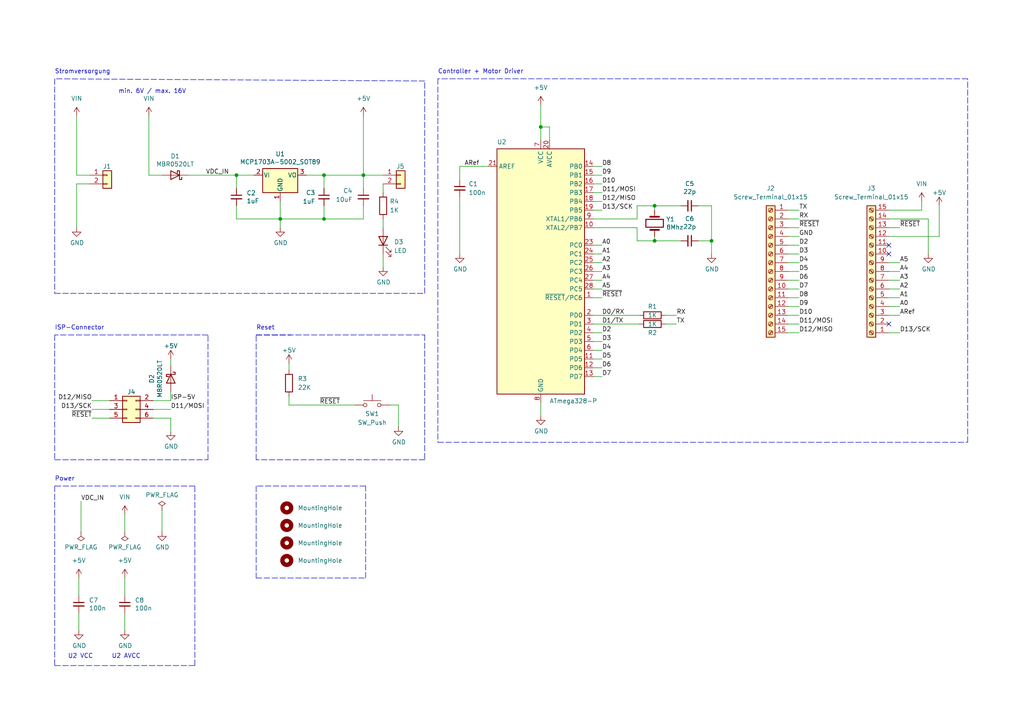
<source format=kicad_sch>
(kicad_sch (version 20211123) (generator eeschema)
  (paper "A4")
  (title_block (title "ATMega Platine") (rev "1") (comment 1 "Kai Ruland"))
  (lib_symbols
    (symbol "Connector:Screw_Terminal_01x15" (pin_names (offset 1.016) hide)
      (property "Reference" "J" (at 0 20.32 0))
      (property "Value" "Screw_Terminal_01x15" (at 0 -20.32 0))
      (symbol "Screw_Terminal_01x15_1_1"
        (rectangle (start -1.27 19.05) (end 1.27 -19.05) (stroke (width 0.254)) (fill (type background)))
        (circle (center 0 -17.78) (radius 0.635) (stroke (width 0.1524)))
        (circle (center 0 -15.24) (radius 0.635) (stroke (width 0.1524)))
        (circle (center 0 -12.7) (radius 0.635) (stroke (width 0.1524)))
        (circle (center 0 -10.16) (radius 0.635) (stroke (width 0.1524)))
        (circle (center 0 -7.62) (radius 0.635) (stroke (width 0.1524)))
        (circle (center 0 -5.08) (radius 0.635) (stroke (width 0.1524)))
        (circle (center 0 -2.54) (radius 0.635) (stroke (width 0.1524)))
        (polyline (pts (xy -0.5334 -17.4498) (xy 0.3302 -18.288)) (stroke (width 0.1524)))
        (polyline (pts (xy -0.5334 -14.9098) (xy 0.3302 -15.748)) (stroke (width 0.1524)))
        (polyline (pts (xy -0.5334 -12.3698) (xy 0.3302 -13.208)) (stroke (width 0.1524)))
        (polyline (pts (xy -0.5334 -9.8298) (xy 0.3302 -10.668)) (stroke (width 0.1524)))
        (polyline (pts (xy -0.5334 -7.2898) (xy 0.3302 -8.128)) (stroke (width 0.1524)))
        (polyline (pts (xy -0.5334 -4.7498) (xy 0.3302 -5.588)) (stroke (width 0.1524)))
        (polyline (pts (xy -0.5334 -2.2098) (xy 0.3302 -3.048)) (stroke (width 0.1524)))
        (polyline (pts (xy -0.5334 0.3302) (xy 0.3302 -0.508)) (stroke (width 0.1524)))
        (polyline (pts (xy -0.5334 2.8702) (xy 0.3302 2.032)) (stroke (width 0.1524)))
        (polyline (pts (xy -0.5334 5.4102) (xy 0.3302 4.572)) (stroke (width 0.1524)))
        (polyline (pts (xy -0.5334 7.9502) (xy 0.3302 7.112)) (stroke (width 0.1524)))
        (polyline (pts (xy -0.5334 10.4902) (xy 0.3302 9.652)) (stroke (width 0.1524)))
        (polyline (pts (xy -0.5334 13.0302) (xy 0.3302 12.192)) (stroke (width 0.1524)))
        (polyline (pts (xy -0.5334 15.5702) (xy 0.3302 14.732)) (stroke (width 0.1524)))
        (polyline (pts (xy -0.5334 18.1102) (xy 0.3302 17.272)) (stroke (width 0.1524)))
        (polyline (pts (xy -0.3556 -17.272) (xy 0.508 -18.1102)) (stroke (width 0.1524)))
        (polyline (pts (xy -0.3556 -14.732) (xy 0.508 -15.5702)) (stroke (width 0.1524)))
        (polyline (pts (xy -0.3556 -12.192) (xy 0.508 -13.0302)) (stroke (width 0.1524)))
        (polyline (pts (xy -0.3556 -9.652) (xy 0.508 -10.4902)) (stroke (width 0.1524)))
        (polyline (pts (xy -0.3556 -7.112) (xy 0.508 -7.9502)) (stroke (width 0.1524)))
        (polyline (pts (xy -0.3556 -4.572) (xy 0.508 -5.4102)) (stroke (width 0.1524)))
        (polyline (pts (xy -0.3556 -2.032) (xy 0.508 -2.8702)) (stroke (width 0.1524)))
        (polyline (pts (xy -0.3556 0.508) (xy 0.508 -0.3302)) (stroke (width 0.1524)))
        (polyline (pts (xy -0.3556 3.048) (xy 0.508 2.2098)) (stroke (width 0.1524)))
        (polyline (pts (xy -0.3556 5.588) (xy 0.508 4.7498)) (stroke (width 0.1524)))
        (polyline (pts (xy -0.3556 8.128) (xy 0.508 7.2898)) (stroke (width 0.1524)))
        (polyline (pts (xy -0.3556 10.668) (xy 0.508 9.8298)) (stroke (width 0.1524)))
        (polyline (pts (xy -0.3556 13.208) (xy 0.508 12.3698)) (stroke (width 0.1524)))
        (polyline (pts (xy -0.3556 15.748) (xy 0.508 14.9098)) (stroke (width 0.1524)))
        (polyline (pts (xy -0.3556 18.288) (xy 0.508 17.4498)) (stroke (width 0.1524)))
        (circle (center 0 0) (radius 0.635) (stroke (width 0.1524)))
        (circle (center 0 2.54) (radius 0.635) (stroke (width 0.1524)))
        (circle (center 0 5.08) (radius 0.635) (stroke (width 0.1524)))
        (circle (center 0 7.62) (radius 0.635) (stroke (width 0.1524)))
        (circle (center 0 10.16) (radius 0.635) (stroke (width 0.1524)))
        (circle (center 0 12.7) (radius 0.635) (stroke (width 0.1524)))
        (circle (center 0 15.24) (radius 0.635) (stroke (width 0.1524)))
        (circle (center 0 17.78) (radius 0.635) (stroke (width 0.1524)))
        (pin passive line (at -5.08 17.78 0) (length 3.81) (name "Pin_1") (number "1"))
        (pin passive line (at -5.08 -5.08 0) (length 3.81) (name "Pin_10") (number "10"))
        (pin passive line (at -5.08 -7.62 0) (length 3.81) (name "Pin_11") (number "11"))
        (pin passive line (at -5.08 -10.16 0) (length 3.81) (name "Pin_12") (number "12"))
        (pin passive line (at -5.08 -12.7 0) (length 3.81) (name "Pin_13") (number "13"))
        (pin passive line (at -5.08 -15.24 0) (length 3.81) (name "Pin_14") (number "14"))
        (pin passive line (at -5.08 -17.78 0) (length 3.81) (name "Pin_15") (number "15"))
        (pin passive line (at -5.08 15.24 0) (length 3.81) (name "Pin_2") (number "2"))
        (pin passive line (at -5.08 12.7 0) (length 3.81) (name "Pin_3") (number "3"))
        (pin passive line (at -5.08 10.16 0) (length 3.81) (name "Pin_4") (number "4"))
        (pin passive line (at -5.08 7.62 0) (length 3.81) (name "Pin_5") (number "5"))
        (pin passive line (at -5.08 5.08 0) (length 3.81) (name "Pin_6") (number "6"))
        (pin passive line (at -5.08 2.54 0) (length 3.81) (name "Pin_7") (number "7"))
        (pin passive line (at -5.08 0 0) (length 3.81) (name "Pin_8") (number "8"))
        (pin passive line (at -5.08 -2.54 0) (length 3.81) (name "Pin_9") (number "9"))
      )
    )
    (symbol "Connector_Generic:Conn_01x02" (pin_names (offset 1.016) hide)
      (property "Reference" "J" (at 0 2.54 0))
      (property "Value" "Conn_01x02" (at 0 -5.08 0))
      (symbol "Conn_01x02_1_1"
        (rectangle (start -1.27 -2.413) (end 0 -2.667) (stroke (width 0.1524)))
        (rectangle (start -1.27 0.127) (end 0 -0.127) (stroke (width 0.1524)))
        (rectangle (start -1.27 1.27) (end 1.27 -3.81) (stroke (width 0.254)) (fill (type background)))
        (pin passive line (at -5.08 0 0) (length 3.81) (name "Pin_1") (number "1"))
        (pin passive line (at -5.08 -2.54 0) (length 3.81) (name "Pin_2") (number "2"))
      )
    )
    (symbol "Connector_Generic:Conn_02x03_Odd_Even" (pin_names (offset 1.016) hide)
      (property "Reference" "J" (at 1.27 5.08 0))
      (property "Value" "Conn_02x03_Odd_Even" (at 1.27 -5.08 0))
      (symbol "Conn_02x03_Odd_Even_1_1"
        (rectangle (start -1.27 -2.413) (end 0 -2.667) (stroke (width 0.1524)))
        (rectangle (start -1.27 0.127) (end 0 -0.127) (stroke (width 0.1524)))
        (rectangle (start -1.27 2.667) (end 0 2.413) (stroke (width 0.1524)))
        (rectangle (start -1.27 3.81) (end 3.81 -3.81) (stroke (width 0.254)) (fill (type background)))
        (rectangle (start 3.81 -2.413) (end 2.54 -2.667) (stroke (width 0.1524)))
        (rectangle (start 3.81 0.127) (end 2.54 -0.127) (stroke (width 0.1524)))
        (rectangle (start 3.81 2.667) (end 2.54 2.413) (stroke (width 0.1524)))
        (pin passive line (at -5.08 2.54 0) (length 3.81) (name "Pin_1") (number "1"))
        (pin passive line (at 7.62 2.54 180) (length 3.81) (name "Pin_2") (number "2"))
        (pin passive line (at -5.08 0 0) (length 3.81) (name "Pin_3") (number "3"))
        (pin passive line (at 7.62 0 180) (length 3.81) (name "Pin_4") (number "4"))
        (pin passive line (at -5.08 -2.54 0) (length 3.81) (name "Pin_5") (number "5"))
        (pin passive line (at 7.62 -2.54 180) (length 3.81) (name "Pin_6") (number "6"))
      )
    )
    (symbol "Device:C_Small" (pin_numbers hide) (pin_names (offset 0.254) hide)
      (property "Reference" "C" (at 0.254 1.778 0))
      (property "Value" "C_Small" (at 0.254 -2.032 0))
      (symbol "C_Small_0_1"
        (polyline (pts (xy -1.524 -0.508) (xy 1.524 -0.508)) (stroke (width 0.3302)))
        (polyline (pts (xy -1.524 0.508) (xy 1.524 0.508)) (stroke (width 0.3048)))
      )
      (symbol "C_Small_1_1"
        (pin passive line (at 0 2.54 270) (length 2.032) (name "~") (number "1"))
        (pin passive line (at 0 -2.54 90) (length 2.032) (name "~") (number "2"))
      )
    )
    (symbol "Device:Crystal" (pin_numbers hide) (pin_names (offset 1.016) hide)
      (property "Reference" "Y" (at 0 3.81 0))
      (property "Value" "Crystal" (at 0 -3.81 0))
      (symbol "Crystal_0_1"
        (rectangle (start -1.143 2.54) (end 1.143 -2.54) (stroke (width 0.3048)))
        (polyline (pts (xy -2.54 0) (xy -1.905 0)))
        (polyline (pts (xy -1.905 -1.27) (xy -1.905 1.27)) (stroke (width 0.508)))
        (polyline (pts (xy 1.905 -1.27) (xy 1.905 1.27)) (stroke (width 0.508)))
        (polyline (pts (xy 2.54 0) (xy 1.905 0)))
      )
      (symbol "Crystal_1_1"
        (pin passive line (at -3.81 0 0) (length 1.27) (name "1") (number "1"))
        (pin passive line (at 3.81 0 180) (length 1.27) (name "2") (number "2"))
      )
    )
    (symbol "Device:LED" (pin_numbers hide) (pin_names (offset 1.016) hide)
      (property "Reference" "D" (at 0 2.54 0))
      (property "Value" "LED" (at 0 -2.54 0))
      (symbol "LED_0_1"
        (polyline (pts (xy -1.27 -1.27) (xy -1.27 1.27)) (stroke (width 0.254)))
        (polyline (pts (xy -1.27 0) (xy 1.27 0)))
        (polyline (pts (xy 1.27 -1.27) (xy 1.27 1.27) (xy -1.27 0) (xy 1.27 -1.27)) (stroke (width 0.254)))
        (polyline (pts (xy -3.048 -0.762) (xy -4.572 -2.286) (xy -3.81 -2.286) (xy -4.572 -2.286) (xy -4.572 -1.524)))
        (polyline (pts (xy -1.778 -0.762) (xy -3.302 -2.286) (xy -2.54 -2.286) (xy -3.302 -2.286) (xy -3.302 -1.524)))
      )
      (symbol "LED_1_1"
        (pin passive line (at -3.81 0 0) (length 2.54) (name "K") (number "1"))
        (pin passive line (at 3.81 0 180) (length 2.54) (name "A") (number "2"))
      )
    )
    (symbol "Device:R" (pin_numbers hide) (pin_names (offset 0))
      (property "Reference" "R" (at 2.032 0 90))
      (property "Value" "R" (at 0 0 90))
      (symbol "R_0_1"
        (rectangle (start -1.016 -2.54) (end 1.016 2.54) (stroke (width 0.254)))
      )
      (symbol "R_1_1"
        (pin passive line (at 0 3.81 270) (length 1.27) (name "~") (number "1"))
        (pin passive line (at 0 -3.81 90) (length 1.27) (name "~") (number "2"))
      )
    )
    (symbol "Diode:MBR0520LT" (pin_numbers hide) (pin_names (offset 1.016) hide)
      (property "Reference" "D" (at 0 2.54 0))
      (property "Value" "MBR0520LT" (at 0 -2.54 0))
      (symbol "MBR0520LT_0_1"
        (polyline (pts (xy 1.27 0) (xy -1.27 0)))
        (polyline (pts (xy 1.27 1.27) (xy 1.27 -1.27) (xy -1.27 0) (xy 1.27 1.27)) (stroke (width 0.254)))
        (polyline (pts (xy -1.905 0.635) (xy -1.905 1.27) (xy -1.27 1.27) (xy -1.27 -1.27) (xy -0.635 -1.27) (xy -0.635 -0.635)) (stroke (width 0.254)))
      )
      (symbol "MBR0520LT_1_1"
        (pin passive line (at -3.81 0 0) (length 2.54) (name "K") (number "1"))
        (pin passive line (at 3.81 0 180) (length 2.54) (name "A") (number "2"))
      )
    )
    (symbol "MCU_Microchip_ATmega:ATmega328-P"
      (property "Reference" "U" (at -12.7 36.83 0))
      (property "Value" "ATmega328-P" (at 2.54 -36.83 0))
      (symbol "ATmega328-P_0_1"
        (rectangle (start -12.7 -35.56) (end 12.7 35.56) (stroke (width 0.254)) (fill (type background)))
      )
      (symbol "ATmega328-P_1_1"
        (pin bidirectional line (at 15.24 -7.62 180) (length 2.54) (name "~{RESET}/PC6") (number "1"))
        (pin bidirectional line (at 15.24 12.7 180) (length 2.54) (name "XTAL2/PB7") (number "10"))
        (pin bidirectional line (at 15.24 -25.4 180) (length 2.54) (name "PD5") (number "11"))
        (pin bidirectional line (at 15.24 -27.94 180) (length 2.54) (name "PD6") (number "12"))
        (pin bidirectional line (at 15.24 -30.48 180) (length 2.54) (name "PD7") (number "13"))
        (pin bidirectional line (at 15.24 30.48 180) (length 2.54) (name "PB0") (number "14"))
        (pin bidirectional line (at 15.24 27.94 180) (length 2.54) (name "PB1") (number "15"))
        (pin bidirectional line (at 15.24 25.4 180) (length 2.54) (name "PB2") (number "16"))
        (pin bidirectional line (at 15.24 22.86 180) (length 2.54) (name "PB3") (number "17"))
        (pin bidirectional line (at 15.24 20.32 180) (length 2.54) (name "PB4") (number "18"))
        (pin bidirectional line (at 15.24 17.78 180) (length 2.54) (name "PB5") (number "19"))
        (pin bidirectional line (at 15.24 -12.7 180) (length 2.54) (name "PD0") (number "2"))
        (pin power_in line (at 2.54 38.1 270) (length 2.54) (name "AVCC") (number "20"))
        (pin passive line (at -15.24 30.48 0) (length 2.54) (name "AREF") (number "21"))
        (pin passive line (at 0 -38.1 90) (length 2.54) hide (name "GND") (number "22"))
        (pin bidirectional line (at 15.24 7.62 180) (length 2.54) (name "PC0") (number "23"))
        (pin bidirectional line (at 15.24 5.08 180) (length 2.54) (name "PC1") (number "24"))
        (pin bidirectional line (at 15.24 2.54 180) (length 2.54) (name "PC2") (number "25"))
        (pin bidirectional line (at 15.24 0 180) (length 2.54) (name "PC3") (number "26"))
        (pin bidirectional line (at 15.24 -2.54 180) (length 2.54) (name "PC4") (number "27"))
        (pin bidirectional line (at 15.24 -5.08 180) (length 2.54) (name "PC5") (number "28"))
        (pin bidirectional line (at 15.24 -15.24 180) (length 2.54) (name "PD1") (number "3"))
        (pin bidirectional line (at 15.24 -17.78 180) (length 2.54) (name "PD2") (number "4"))
        (pin bidirectional line (at 15.24 -20.32 180) (length 2.54) (name "PD3") (number "5"))
        (pin bidirectional line (at 15.24 -22.86 180) (length 2.54) (name "PD4") (number "6"))
        (pin power_in line (at 0 38.1 270) (length 2.54) (name "VCC") (number "7"))
        (pin power_in line (at 0 -38.1 90) (length 2.54) (name "GND") (number "8"))
        (pin bidirectional line (at 15.24 15.24 180) (length 2.54) (name "XTAL1/PB6") (number "9"))
      )
    )
    (symbol "Mechanical:MountingHole" (pin_names (offset 1.016))
      (property "Reference" "H" (at 0 5.08 0))
      (property "Value" "MountingHole" (at 0 3.175 0))
      (symbol "MountingHole_0_1"
        (circle (center 0 0) (radius 1.27) (stroke (width 1.27)))
      )
    )
    (symbol "MyPower:VIN" (power) (pin_names (offset 0))
      (property "Value" "VIN" (at 0 3.81 0))
      (symbol "VIN_0_1"
        (polyline (pts (xy -0.762 1.27) (xy 0 2.54)))
        (polyline (pts (xy 0 0) (xy 0 2.54)))
        (polyline (pts (xy 0 2.54) (xy 0.762 1.27)))
      )
      (symbol "VIN_1_1"
        (pin power_in line (at 0 0 90) (length 0) hide (name "VIN") (number "1"))
      )
    )
    (symbol "Regulator_Linear:MCP1703A-5002_SOT89" (pin_names (offset 0.254))
      (property "Reference" "U" (at -3.81 3.175 0))
      (property "Value" "MCP1703A-5002_SOT89" (at 0 3.175 0))
      (symbol "MCP1703A-5002_SOT89_0_1"
        (rectangle (start -5.08 -5.08) (end 5.08 1.905) (stroke (width 0.254)) (fill (type background)))
      )
      (symbol "MCP1703A-5002_SOT89_1_1"
        (pin power_in line (at 0 -7.62 90) (length 2.54) (name "GND") (number "1"))
        (pin power_in line (at -7.62 0 0) (length 2.54) (name "VI") (number "2"))
        (pin power_out line (at 7.62 0 180) (length 2.54) (name "VO") (number "3"))
      )
    )
    (symbol "Switch:SW_Push" (pin_numbers hide) (pin_names (offset 1.016) hide)
      (property "Reference" "SW" (at 1.27 2.54 0))
      (property "Value" "SW_Push" (at 0 -1.524 0))
      (symbol "SW_Push_0_1"
        (circle (center -2.032 0) (radius 0.508))
        (polyline (pts (xy 0 1.27) (xy 0 3.048)))
        (polyline (pts (xy 2.54 1.27) (xy -2.54 1.27)))
        (circle (center 2.032 0) (radius 0.508))
        (pin passive line (at -5.08 0 0) (length 2.54) (name "1") (number "1"))
        (pin passive line (at 5.08 0 180) (length 2.54) (name "2") (number "2"))
      )
    )
    (symbol "power:+5V" (power) (pin_names (offset 0))
      (property "Value" "+5V" (at 0 3.556 0))
      (symbol "+5V_0_1"
        (polyline (pts (xy -0.762 1.27) (xy 0 2.54)))
        (polyline (pts (xy 0 0) (xy 0 2.54)))
        (polyline (pts (xy 0 2.54) (xy 0.762 1.27)))
      )
      (symbol "+5V_1_1"
        (pin power_in line (at 0 0 90) (length 0) hide (name "+5V") (number "1"))
      )
    )
    (symbol "power:GND" (power) (pin_names (offset 0))
      (property "Value" "GND" (at 0 -3.81 0))
      (symbol "GND_0_1"
        (polyline (pts (xy 0 0) (xy 0 -1.27) (xy 1.27 -1.27) (xy 0 -2.54) (xy -1.27 -1.27) (xy 0 -1.27)))
      )
      (symbol "GND_1_1"
        (pin power_in line (at 0 0 270) (length 0) hide (name "GND") (number "1"))
      )
    )
    (symbol "power:PWR_FLAG" (power) (pin_numbers hide) (pin_names (offset 0) hide)
      (property "Value" "PWR_FLAG" (at 0 3.81 0))
      (symbol "PWR_FLAG_0_0"
        (pin power_out line (at 0 0 90) (length 0) (name "pwr") (number "1"))
      )
      (symbol "PWR_FLAG_0_1"
        (polyline (pts (xy 0 0) (xy 0 1.27) (xy -1.016 1.905) (xy 0 2.54) (xy 1.016 1.905) (xy 0 1.27)))
      )
    )
  )
  (junction (at 156.845 36.83))
  (junction (at 81.28 63.5))
  (junction (at 68.58 50.8))
  (junction (at 93.98 50.8))
  (junction (at 189.865 69.85))
  (junction (at 206.375 69.85))
  (junction (at 189.865 59.69))
  (junction (at 105.41 50.8))
  (junction (at 93.98 63.5))
  (no_connect (at 257.81 93.98))
  (no_connect (at 257.81 71.12))
  (no_connect (at 257.81 73.66))
  (wire (pts (xy 81.28 58.42) (xy 81.28 63.5)))
  (wire (pts (xy 184.785 63.5) (xy 172.085 63.5)))
  (wire (pts (xy 228.6 73.66) (xy 231.775 73.66)))
  (wire (pts (xy 172.085 96.52) (xy 174.625 96.52)))
  (wire (pts (xy 174.625 58.42) (xy 172.085 58.42)))
  (wire (pts (xy 43.18 50.8) (xy 46.99 50.8)))
  (wire (pts (xy 49.53 116.205) (xy 44.45 116.205)))
  (wire (pts (xy 257.81 96.52) (xy 260.985 96.52)))
  (wire (pts (xy 23.495 145.415) (xy 23.495 154.305)))
  (wire (pts (xy 83.82 105.41) (xy 83.82 107.315)))
  (wire (pts (xy 184.785 66.04) (xy 172.085 66.04)))
  (wire (pts (xy 26.035 50.8) (xy 22.225 50.8)))
  (wire (pts (xy 257.81 88.9) (xy 260.985 88.9)))
  (wire (pts (xy 68.58 50.8) (xy 68.58 54.61)))
  (wire (pts (xy 228.6 78.74) (xy 231.775 78.74)))
  (wire (pts (xy 197.485 69.85) (xy 189.865 69.85)))
  (wire (pts (xy 49.53 118.745) (xy 44.45 118.745)))
  (polyline (pts (xy 127 128.27) (xy 280.67 128.27)))
  (wire (pts (xy 133.35 57.15) (xy 133.35 73.66)))
  (wire (pts (xy 83.82 117.475) (xy 102.87 117.475)))
  (wire (pts (xy 257.81 63.5) (xy 269.24 63.5)))
  (wire (pts (xy 111.125 53.34) (xy 111.125 55.88)))
  (polyline (pts (xy 74.295 97.155) (xy 84.455 97.155)))
  (wire (pts (xy 133.35 52.07) (xy 133.35 48.26)))
  (wire (pts (xy 156.845 120.65) (xy 156.845 116.84)))
  (polyline (pts (xy 15.875 85.09) (xy 123.19 85.09)))
  (wire (pts (xy 228.6 66.04) (xy 231.775 66.04)))
  (wire (pts (xy 172.085 86.36) (xy 174.625 86.36)))
  (wire (pts (xy 197.485 59.69) (xy 189.865 59.69)))
  (wire (pts (xy 36.195 167.64) (xy 36.195 172.72)))
  (polyline (pts (xy 106.045 167.64) (xy 106.045 140.97)))
  (wire (pts (xy 267.335 60.96) (xy 257.81 60.96)))
  (wire (pts (xy 172.085 99.06) (xy 174.625 99.06)))
  (wire (pts (xy 184.785 59.69) (xy 189.865 59.69)))
  (wire (pts (xy 36.195 177.8) (xy 36.195 182.88)))
  (wire (pts (xy 228.6 96.52) (xy 231.775 96.52)))
  (wire (pts (xy 228.6 68.58) (xy 231.775 68.58)))
  (wire (pts (xy 172.085 109.22) (xy 174.625 109.22)))
  (wire (pts (xy 46.99 154.305) (xy 46.99 147.955)))
  (wire (pts (xy 93.98 59.69) (xy 93.98 63.5)))
  (wire (pts (xy 105.41 59.69) (xy 105.41 63.5)))
  (wire (pts (xy 22.225 53.34) (xy 26.035 53.34)))
  (wire (pts (xy 228.6 83.82) (xy 231.775 83.82)))
  (wire (pts (xy 174.625 55.88) (xy 172.085 55.88)))
  (wire (pts (xy 228.6 60.96) (xy 231.775 60.96)))
  (wire (pts (xy 172.085 48.26) (xy 174.625 48.26)))
  (wire (pts (xy 228.6 71.12) (xy 231.775 71.12)))
  (wire (pts (xy 105.41 33.655) (xy 105.41 50.8)))
  (polyline (pts (xy 56.515 193.04) (xy 56.515 140.97)))
  (wire (pts (xy 184.785 59.69) (xy 184.785 63.5)))
  (polyline (pts (xy 127 22.86) (xy 127 128.27)))
  (wire (pts (xy 22.225 33.655) (xy 22.225 50.8)))
  (wire (pts (xy 269.24 63.5) (xy 269.24 73.66)))
  (wire (pts (xy 257.81 86.36) (xy 260.985 86.36)))
  (wire (pts (xy 156.845 30.48) (xy 156.845 36.83)))
  (wire (pts (xy 93.98 50.8) (xy 105.41 50.8)))
  (wire (pts (xy 22.86 167.64) (xy 22.86 172.72)))
  (polyline (pts (xy 15.875 133.35) (xy 60.325 133.35)))
  (wire (pts (xy 228.6 63.5) (xy 231.775 63.5)))
  (wire (pts (xy 49.53 121.285) (xy 44.45 121.285)))
  (polyline (pts (xy 60.325 133.35) (xy 60.325 97.155)))
  (wire (pts (xy 81.28 63.5) (xy 81.28 66.04)))
  (wire (pts (xy 172.085 78.74) (xy 174.625 78.74)))
  (wire (pts (xy 228.6 86.36) (xy 231.775 86.36)))
  (wire (pts (xy 193.04 93.98) (xy 196.215 93.98)))
  (wire (pts (xy 272.415 59.69) (xy 272.415 68.58)))
  (wire (pts (xy 228.6 76.2) (xy 231.775 76.2)))
  (wire (pts (xy 257.81 76.2) (xy 260.985 76.2)))
  (wire (pts (xy 257.81 78.74) (xy 260.985 78.74)))
  (wire (pts (xy 172.085 91.44) (xy 185.42 91.44)))
  (polyline (pts (xy 15.875 193.04) (xy 56.515 193.04)))
  (wire (pts (xy 257.81 91.44) (xy 260.985 91.44)))
  (wire (pts (xy 68.58 50.8) (xy 73.66 50.8)))
  (polyline (pts (xy 74.295 140.97) (xy 74.295 167.64)))
  (wire (pts (xy 83.82 114.935) (xy 83.82 117.475)))
  (wire (pts (xy 88.9 50.8) (xy 93.98 50.8)))
  (polyline (pts (xy 123.19 97.155) (xy 123.19 133.35)))
  (polyline (pts (xy 280.67 22.86) (xy 127 22.86)))
  (wire (pts (xy 93.98 50.8) (xy 93.98 54.61)))
  (polyline (pts (xy 123.19 85.09) (xy 123.19 23.495)))
  (wire (pts (xy 174.625 60.96) (xy 172.085 60.96)))
  (wire (pts (xy 172.085 50.8) (xy 174.625 50.8)))
  (wire (pts (xy 228.6 91.44) (xy 231.775 91.44)))
  (wire (pts (xy 189.865 59.69) (xy 189.865 60.96)))
  (wire (pts (xy 159.385 40.64) (xy 159.385 36.83)))
  (wire (pts (xy 49.53 104.14) (xy 49.53 106.045)))
  (wire (pts (xy 172.085 104.14) (xy 174.625 104.14)))
  (wire (pts (xy 206.375 73.66) (xy 206.375 69.85)))
  (wire (pts (xy 184.785 66.04) (xy 184.785 69.85)))
  (wire (pts (xy 172.085 101.6) (xy 174.625 101.6)))
  (wire (pts (xy 206.375 59.69) (xy 202.565 59.69)))
  (wire (pts (xy 105.41 54.61) (xy 105.41 50.8)))
  (wire (pts (xy 115.57 117.475) (xy 113.03 117.475)))
  (wire (pts (xy 115.57 123.825) (xy 115.57 117.475)))
  (wire (pts (xy 36.195 149.225) (xy 36.195 154.305)))
  (wire (pts (xy 26.67 116.205) (xy 31.75 116.205)))
  (wire (pts (xy 228.6 88.9) (xy 231.775 88.9)))
  (wire (pts (xy 172.085 83.82) (xy 174.625 83.82)))
  (wire (pts (xy 49.53 113.665) (xy 49.53 116.205)))
  (polyline (pts (xy 123.19 133.35) (xy 74.295 133.35)))
  (wire (pts (xy 54.61 50.8) (xy 68.58 50.8)))
  (wire (pts (xy 133.35 48.26) (xy 141.605 48.26)))
  (wire (pts (xy 49.53 121.285) (xy 49.53 125.095)))
  (polyline (pts (xy 280.67 128.27) (xy 280.67 22.86)))
  (wire (pts (xy 159.385 36.83) (xy 156.845 36.83)))
  (wire (pts (xy 172.085 73.66) (xy 174.625 73.66)))
  (wire (pts (xy 68.58 63.5) (xy 81.28 63.5)))
  (wire (pts (xy 172.085 71.12) (xy 174.625 71.12)))
  (wire (pts (xy 206.375 69.85) (xy 206.375 59.69)))
  (wire (pts (xy 81.28 63.5) (xy 93.98 63.5)))
  (wire (pts (xy 172.085 76.2) (xy 174.625 76.2)))
  (wire (pts (xy 93.98 63.5) (xy 105.41 63.5)))
  (wire (pts (xy 257.81 66.04) (xy 260.985 66.04)))
  (polyline (pts (xy 60.325 97.155) (xy 15.875 97.155)))
  (wire (pts (xy 22.86 177.8) (xy 22.86 182.88)))
  (wire (pts (xy 156.845 36.83) (xy 156.845 40.64)))
  (polyline (pts (xy 15.875 140.97) (xy 15.875 193.04)))
  (wire (pts (xy 228.6 93.98) (xy 231.775 93.98)))
  (wire (pts (xy 272.415 68.58) (xy 257.81 68.58)))
  (wire (pts (xy 184.785 69.85) (xy 189.865 69.85)))
  (wire (pts (xy 172.085 106.68) (xy 174.625 106.68)))
  (polyline (pts (xy 106.045 140.97) (xy 74.295 140.97)))
  (wire (pts (xy 228.6 81.28) (xy 231.775 81.28)))
  (wire (pts (xy 172.085 81.28) (xy 174.625 81.28)))
  (wire (pts (xy 193.04 91.44) (xy 196.215 91.44)))
  (wire (pts (xy 111.125 73.66) (xy 111.125 77.47)))
  (polyline (pts (xy 74.295 133.35) (xy 74.295 97.155)))
  (wire (pts (xy 111.125 63.5) (xy 111.125 66.04)))
  (wire (pts (xy 267.335 58.42) (xy 267.335 60.96)))
  (wire (pts (xy 202.565 69.85) (xy 206.375 69.85)))
  (polyline (pts (xy 74.295 97.155) (xy 123.19 97.155)))
  (wire (pts (xy 26.67 118.745) (xy 31.75 118.745)))
  (wire (pts (xy 26.67 121.285) (xy 31.75 121.285)))
  (wire (pts (xy 22.225 66.04) (xy 22.225 53.34)))
  (wire (pts (xy 68.58 59.69) (xy 68.58 63.5)))
  (wire (pts (xy 257.81 81.28) (xy 260.985 81.28)))
  (polyline (pts (xy 74.295 167.64) (xy 106.045 167.64)))
  (polyline (pts (xy 15.875 97.155) (xy 15.875 133.35)))
  (wire (pts (xy 172.085 93.98) (xy 185.42 93.98)))
  (polyline (pts (xy 123.19 23.495) (xy 15.875 22.86)))
  (wire (pts (xy 172.085 53.34) (xy 174.625 53.34)))
  (polyline (pts (xy 56.515 140.97) (xy 15.875 140.97)))
  (wire (pts (xy 257.81 83.82) (xy 260.985 83.82)))
  (wire (pts (xy 105.41 50.8) (xy 111.125 50.8)))
  (polyline (pts (xy 15.875 22.86) (xy 15.875 85.09)))
  (wire (pts (xy 189.865 69.85) (xy 189.865 68.58)))
  (wire (pts (xy 43.18 33.655) (xy 43.18 50.8)))
  (text "Controller + Motor Driver" (at 127 21.59 0) (effects (font (size 1.27 1.27)) (justify left bottom)))
  (text "min. 6V / max. 16V" (at 34.29 27.305 0) (effects (font (size 1.27 1.27)) (justify left bottom)))
  (text "Power" (at 15.875 139.7 0) (effects (font (size 1.27 1.27)) (justify left bottom)))
  (text "Stromversorgung" (at 15.875 21.59 0) (effects (font (size 1.27 1.27)) (justify left bottom)))
  (text "U2 AVCC" (at 32.385 191.135 0) (effects (font (size 1.27 1.27)) (justify left bottom)))
  (text "ISP-Connector" (at 15.875 95.885 0) (effects (font (size 1.27 1.27)) (justify left bottom)))
  (text "U2 VCC" (at 19.685 191.135 0) (effects (font (size 1.27 1.27)) (justify left bottom)))
  (text "Reset" (at 74.295 95.885 0) (effects (font (size 1.27 1.27)) (justify left bottom)))
  (label "D4" (at 174.625 101.6 0))
  (label "~{RESET}" (at 26.67 121.285 180))
  (label "D2" (at 231.775 71.12 0))
  (label "D12{slash}MISO" (at 174.625 58.42 0))
  (label "RX" (at 231.775 63.5 0))
  (label "D13{slash}SCK" (at 260.985 96.52 0))
  (label "D12{slash}MISO" (at 231.775 96.52 0))
  (label "VDC_IN" (at 59.69 50.8 0))
  (label "D4" (at 231.775 76.2 0))
  (label "D3" (at 174.625 99.06 0))
  (label "VDC_IN" (at 23.495 145.415 0))
  (label "A4" (at 260.985 78.74 0))
  (label "A1" (at 260.985 86.36 0))
  (label "A0" (at 174.625 71.12 0))
  (label "~{RESET}" (at 260.985 66.04 0))
  (label "A4" (at 174.625 81.28 0))
  (label "D1{slash}TX" (at 174.625 93.98 0))
  (label "A5" (at 260.985 76.2 0))
  (label "A1" (at 174.625 73.66 0))
  (label "A5" (at 174.625 83.82 0))
  (label "D7" (at 231.775 83.82 0))
  (label "ARef" (at 139.065 48.26 180))
  (label "~{RESET}" (at 231.775 66.04 0))
  (label "D9" (at 174.625 50.8 0))
  (label "TX" (at 196.215 93.98 0))
  (label "A3" (at 260.985 81.28 0))
  (label "D3" (at 231.775 73.66 0))
  (label "D7" (at 174.625 109.22 0))
  (label "D9" (at 231.775 88.9 0))
  (label "GND" (at 231.775 68.58 0))
  (label "RX" (at 196.215 91.44 0))
  (label "D12{slash}MISO" (at 26.67 116.205 180))
  (label "D13{slash}SCK" (at 26.67 118.745 180))
  (label "A3" (at 174.625 78.74 0))
  (label "D5" (at 174.625 104.14 0))
  (label "D11{slash}MOSI" (at 174.625 55.88 0))
  (label "D6" (at 231.775 81.28 0))
  (label "A0" (at 260.985 88.9 0))
  (label "TX" (at 231.775 60.96 0))
  (label "D10" (at 231.775 91.44 0))
  (label "~{RESET}" (at 174.625 86.36 0))
  (label "A2" (at 174.625 76.2 0))
  (label "D8" (at 174.625 48.26 0))
  (label "D8" (at 231.775 86.36 0))
  (label "D6" (at 174.625 106.68 0))
  (label "D10" (at 174.625 53.34 0))
  (label "ARef" (at 260.985 91.44 0))
  (label "D5" (at 231.775 78.74 0))
  (label "D11{slash}MOSI" (at 49.53 118.745 0))
  (label "D0{slash}RX" (at 174.625 91.44 0))
  (label "D13{slash}SCK" (at 174.625 60.96 0))
  (label "ISP-5V" (at 49.53 116.205 0))
  (label "A2" (at 260.985 83.82 0))
  (label "D11{slash}MOSI" (at 231.775 93.98 0))
  (label "D2" (at 174.625 96.52 0))
  (label "~{RESET}" (at 92.71 117.475 0))
  (symbol (lib_id "MCU_Microchip_ATmega:ATmega328-P") (at 156.845 78.74 0) (unit 1)
    (property "Reference" "U2" (at 144.145 41.91 0) (effects (justify left bottom)))
    (property "Value" "ATmega328-P" (at 159.385 115.57 0) (effects (justify left top)))
    (property "Footprint" "Package_DIP:DIP-28_W7.62mm_Socket_LongPads" (effects hide))
    (property "Datasheet" "http://ww1.microchip.com/downloads/en/DeviceDoc/ATmega328_P%20AVR%20MCU%20with%20picoPower%20Technology%20Data%20Sheet%2040001984A.pdf" (effects hide))
    (property "Distributor" "Reichelt" (effects hide))
    (property "EAN / GTIN" "9900001218354" (effects hide))
    (property "Hersteller" "Microchip" (effects hide))
  )
  (symbol (lib_id "power:GND") (at 156.845 120.65 0) (unit 1)
    (property "Reference" "#PWR016" (effects hide))
    (property "Value" "GND" (at 156.972 125.0442 0))
  )
  (symbol (lib_id "Connector_Generic:Conn_02x03_Odd_Even") (at 36.83 118.745 0) (unit 1)
    (property "Reference" "J4" (at 38.1 113.665 0))
    (property "Value" "Conn_02x03_Odd_Even" (effects hide))
    (property "Footprint" "Connector_IDC:IDC-Header_2x03_P2.54mm_Vertical" (effects hide))
  )
  (symbol (lib_id "power:GND") (at 49.53 125.095 0) (unit 1)
    (property "Reference" "#PWR014" (effects hide))
    (property "Value" "GND" (at 49.657 129.4892 0))
  )
  (symbol (lib_id "Device:C_Small") (at 22.86 175.26 0) (unit 1)
    (property "Reference" "C7" (at 25.781 174.0916 0) (effects (justify left)))
    (property "Value" "100n" (at 25.781 176.403 0) (effects (justify left)))
    (property "Footprint" "Capacitor_SMD:C_0805_2012Metric_Pad1.18x1.45mm_HandSolder" (effects hide))
  )
  (symbol (lib_id "power:PWR_FLAG") (at 46.99 147.955 0) (unit 1)
    (property "Reference" "#FLG01" (effects hide))
    (property "Value" "PWR_FLAG" (at 46.99 143.5608 0))
  )
  (symbol (lib_id "power:GND") (at 46.99 154.305 0) (unit 1)
    (property "Reference" "#PWR018" (effects hide))
    (property "Value" "GND" (at 47.117 158.6992 0))
  )
  (symbol (lib_id "power:PWR_FLAG") (at 23.495 154.305 180) (unit 1)
    (property "Reference" "#FLG02" (effects hide))
    (property "Value" "PWR_FLAG" (at 23.495 158.6992 0))
  )
  (symbol (lib_id "power:GND") (at 22.86 182.88 0) (unit 1)
    (property "Reference" "#PWR021" (effects hide))
    (property "Value" "GND" (at 22.987 187.2742 0))
  )
  (symbol (lib_id "Regulator_Linear:MCP1703A-5002_SOT89") (at 81.28 50.8 0) (unit 1)
    (property "Reference" "U1" (at 81.28 44.6532 0))
    (property "Value" "MCP1703A-5002_SOT89" (at 81.28 46.9646 0))
    (property "Footprint" "Package_TO_SOT_SMD:SOT-89-3" (effects hide))
    (property "Datasheet" "http://ww1.microchip.com/downloads/en/DeviceDoc/20005122B.pdf" (effects hide))
    (property "Distributor" "Reichelt" (effects hide))
    (property "EAN / GTIN" "9900001372926" (effects hide))
    (property "Hersteller" "Microchip" (effects hide))
  )
  (symbol (lib_id "Device:C_Small") (at 68.58 57.15 0) (unit 1)
    (property "Reference" "C2" (at 71.501 55.9816 0) (effects (justify left)))
    (property "Value" "1uF" (at 71.501 58.293 0) (effects (justify left)))
    (property "Footprint" "Capacitor_SMD:C_1206_3216Metric_Pad1.33x1.80mm_HandSolder" (effects hide))
  )
  (symbol (lib_id "power:GND") (at 81.28 66.04 0) (unit 1)
    (property "Reference" "#PWR08" (effects hide))
    (property "Value" "GND" (at 81.407 70.4342 0))
  )
  (symbol (lib_id "Diode:MBR0520LT") (at 50.8 50.8 180) (unit 1)
    (property "Reference" "D1" (at 50.8 45.2882 0))
    (property "Value" "MBR0520LT" (at 50.8 47.5996 0))
    (property "Footprint" "Diode_SMD:D_SOD-123" (effects hide))
    (property "Datasheet" "http://www.onsemi.com/pub_link/Collateral/MBR0520LT1-D.PDF" (effects hide))
    (property "Distributor" "Reichelt" (effects hide))
    (property "EAN / GTIN" "9900002196200" (effects hide))
    (property "Hersteller" "ON Semiconductor" (effects hide))
  )
  (symbol (lib_id "power:GND") (at 22.225 66.04 0) (unit 1)
    (property "Reference" "#PWR07" (effects hide))
    (property "Value" "GND" (at 22.352 70.4342 0))
  )
  (symbol (lib_id "Device:Crystal") (at 189.865 64.77 270) (unit 1)
    (property "Reference" "Y1" (at 193.1924 63.6016 90) (effects (justify left)))
    (property "Value" "8Mhz" (at 193.1924 65.913 90) (effects (justify left)))
    (property "Footprint" "Crystal:Crystal_HC49-4H_Vertical" (effects hide))
  )
  (symbol (lib_id "Device:C_Small") (at 200.025 59.69 270) (unit 1)
    (property "Reference" "C5" (at 200.025 53.2892 90))
    (property "Value" "22p" (at 200.025 55.6006 90))
    (property "Footprint" "Capacitor_SMD:C_1206_3216Metric_Pad1.33x1.80mm_HandSolder" (effects hide))
  )
  (symbol (lib_id "Device:C_Small") (at 200.025 69.85 270) (unit 1)
    (property "Reference" "C6" (at 200.025 63.4492 90))
    (property "Value" "22p" (at 200.025 65.7606 90))
    (property "Footprint" "Capacitor_SMD:C_1206_3216Metric_Pad1.33x1.80mm_HandSolder" (effects hide))
  )
  (symbol (lib_id "power:PWR_FLAG") (at 36.195 154.305 180) (unit 1)
    (property "Reference" "#FLG03" (effects hide))
    (property "Value" "PWR_FLAG" (at 36.195 158.6992 0))
  )
  (symbol (lib_id "power:GND") (at 206.375 73.66 0) (unit 1)
    (property "Reference" "#PWR010" (effects hide))
    (property "Value" "GND" (at 206.502 78.0542 0))
  )
  (symbol (lib_id "Mechanical:MountingHole") (at 83.185 147.32 0) (unit 1)
    (property "Reference" "H1" (effects hide))
    (property "Value" "MountingHole" (at 86.36 147.3199 0) (effects (justify left)))
    (property "Footprint" "MountingHole:MountingHole_3.2mm_M3_DIN965" (effects hide))
  )
  (symbol (lib_id "Mechanical:MountingHole") (at 83.185 152.4 0) (unit 1)
    (property "Reference" "H2" (effects hide))
    (property "Value" "MountingHole" (at 86.36 152.3999 0) (effects (justify left)))
    (property "Footprint" "MountingHole:MountingHole_3.2mm_M3_DIN965" (effects hide))
  )
  (symbol (lib_id "Mechanical:MountingHole") (at 83.185 157.48 0) (unit 1)
    (property "Reference" "H3" (effects hide))
    (property "Value" "MountingHole" (at 86.36 157.4799 0) (effects (justify left)))
    (property "Footprint" "MountingHole:MountingHole_3.2mm_M3_DIN965" (effects hide))
  )
  (symbol (lib_id "Mechanical:MountingHole") (at 83.185 162.56 0) (unit 1)
    (property "Reference" "H4" (effects hide))
    (property "Value" "MountingHole" (at 86.36 162.5599 0) (effects (justify left)))
    (property "Footprint" "MountingHole:MountingHole_3.2mm_M3_DIN965" (effects hide))
  )
  (symbol (lib_id "MyPower:VIN") (at 43.18 33.655 0) (unit 1)
    (property "Reference" "#PWR03" (effects hide))
    (property "Value" "VIN" (at 43.18 28.575 0))
  )
  (symbol (lib_id "power:+5V") (at 156.845 30.48 0) (unit 1)
    (property "Reference" "#PWR01" (effects hide))
    (property "Value" "+5V" (at 156.845 25.4 0))
  )
  (symbol (lib_id "MyPower:VIN") (at 22.225 33.655 0) (unit 1)
    (property "Reference" "#PWR02" (effects hide))
    (property "Value" "VIN" (at 22.225 28.575 0))
  )
  (symbol (lib_id "Device:C_Small") (at 105.41 57.15 0) (mirror y) (unit 1)
    (property "Reference" "C4" (at 102.235 55.3338 0) (effects (justify left)))
    (property "Value" "10uF" (at 102.235 57.8738 0) (effects (justify left)))
    (property "Footprint" "Capacitor_SMD:C_1206_3216Metric_Pad1.33x1.80mm_HandSolder" (effects hide))
  )
  (symbol (lib_id "Diode:MBR0520LT") (at 49.53 109.855 270) (unit 1)
    (property "Reference" "D2" (at 44.0182 109.855 0))
    (property "Value" "MBR0520LT" (at 46.3296 109.855 0))
    (property "Footprint" "Diode_SMD:D_SOD-123" (effects hide))
    (property "Datasheet" "http://www.onsemi.com/pub_link/Collateral/MBR0520LT1-D.PDF" (effects hide))
    (property "Distributor" "Reichelt" (effects hide))
    (property "EAN / GTIN" "9900002196200" (effects hide))
    (property "Hersteller" "ON Semiconductor" (effects hide))
  )
  (symbol (lib_id "Device:LED") (at 111.125 69.85 90) (unit 1)
    (property "Reference" "D3" (at 114.3 70.1674 90) (effects (justify right)))
    (property "Value" "LED" (at 114.3 72.7074 90) (effects (justify right)))
    (property "Footprint" "LED_SMD:LED_1206_3216Metric_Pad1.42x1.75mm_HandSolder" (effects hide))
  )
  (symbol (lib_id "MyPower:VIN") (at 267.335 58.42 0) (unit 1)
    (property "Reference" "#PWR05" (effects hide))
    (property "Value" "VIN" (at 267.335 53.34 0))
  )
  (symbol (lib_id "power:GND") (at 115.57 123.825 0) (unit 1)
    (property "Reference" "#PWR015" (effects hide))
    (property "Value" "GND" (at 115.697 128.2192 0))
  )
  (symbol (lib_id "Switch:SW_Push") (at 107.95 117.475 0) (unit 1)
    (property "Reference" "SW1" (at 107.95 120.015 0))
    (property "Value" "SW_Push" (at 107.95 122.555 0))
    (property "Footprint" "MyButton_Switch_SMD:SW_SPST_T931x" (effects hide))
  )
  (symbol (lib_id "Device:R") (at 111.125 59.69 0) (unit 1)
    (property "Reference" "R4" (at 113.03 58.4199 0) (effects (justify left)))
    (property "Value" "1K" (at 113.03 60.9599 0) (effects (justify left)))
    (property "Footprint" "Resistor_SMD:R_1206_3216Metric_Pad1.30x1.75mm_HandSolder" (effects hide))
  )
  (symbol (lib_id "power:+5V") (at 22.86 167.64 0) (unit 1)
    (property "Reference" "#PWR019" (effects hide))
    (property "Value" "+5V" (at 22.86 162.56 0))
  )
  (symbol (lib_id "MyPower:VIN") (at 36.195 149.225 0) (unit 1)
    (property "Reference" "#PWR017" (effects hide))
    (property "Value" "VIN" (at 36.195 144.145 0))
  )
  (symbol (lib_id "power:GND") (at 36.195 182.88 0) (unit 1)
    (property "Reference" "#PWR022" (effects hide))
    (property "Value" "GND" (at 36.322 187.2742 0))
  )
  (symbol (lib_id "Connector:Screw_Terminal_01x15") (at 252.73 78.74 180) (unit 1)
    (property "Reference" "J3" (at 252.73 54.61 0))
    (property "Value" "Screw_Terminal_01x15" (at 252.73 57.15 0))
    (property "Footprint" "TerminalBlock_Phoenix:TerminalBlock_Phoenix_PT-1,5-15-5.0-H_1x15_P5.00mm_Horizontal" (effects hide))
  )
  (symbol (lib_id "power:+5V") (at 36.195 167.64 0) (unit 1)
    (property "Reference" "#PWR020" (effects hide))
    (property "Value" "+5V" (at 36.195 162.56 0))
  )
  (symbol (lib_id "Device:R") (at 189.23 93.98 90) (unit 1)
    (property "Reference" "R2" (at 189.23 96.52 90))
    (property "Value" "1K" (at 189.23 93.98 90))
    (property "Footprint" "Resistor_SMD:R_1206_3216Metric_Pad1.30x1.75mm_HandSolder" (effects hide))
  )
  (symbol (lib_id "Device:C_Small") (at 36.195 175.26 0) (unit 1)
    (property "Reference" "C8" (at 39.116 174.0916 0) (effects (justify left)))
    (property "Value" "100n" (at 39.116 176.403 0) (effects (justify left)))
    (property "Footprint" "Capacitor_SMD:C_0805_2012Metric_Pad1.18x1.45mm_HandSolder" (effects hide))
  )
  (symbol (lib_id "power:GND") (at 133.35 73.66 0) (unit 1)
    (property "Reference" "#PWR09" (effects hide))
    (property "Value" "GND" (at 133.477 78.0542 0))
  )
  (symbol (lib_id "Connector_Generic:Conn_01x02") (at 31.115 50.8 0) (unit 1)
    (property "Reference" "J1" (at 29.845 48.26 0) (effects (justify left)))
    (property "Value" "Conn_01x02" (effects hide))
    (property "Footprint" "Connector_JST:JST_XH_S2B-XH-A-1_1x02_P2.50mm_Horizontal" (effects hide))
  )
  (symbol (lib_id "power:+5V") (at 272.415 59.69 0) (unit 1)
    (property "Reference" "#PWR06" (effects hide))
    (property "Value" "+5V" (at 272.415 55.88 0))
  )
  (symbol (lib_id "power:+5V") (at 49.53 104.14 0) (unit 1)
    (property "Reference" "#PWR013" (effects hide))
    (property "Value" "+5V" (at 49.53 100.33 0))
  )
  (symbol (lib_id "power:+5V") (at 105.41 33.655 0) (unit 1)
    (property "Reference" "#PWR04" (effects hide))
    (property "Value" "+5V" (at 105.41 28.575 0))
  )
  (symbol (lib_id "Connector:Screw_Terminal_01x15") (at 223.52 78.74 0) (mirror y) (unit 1)
    (property "Reference" "J2" (at 223.52 54.61 0))
    (property "Value" "Screw_Terminal_01x15" (at 223.52 57.15 0))
    (property "Footprint" "TerminalBlock_Phoenix:TerminalBlock_Phoenix_PT-1,5-15-5.0-H_1x15_P5.00mm_Horizontal" (effects hide))
  )
  (symbol (lib_id "Device:R") (at 83.82 111.125 180) (unit 1)
    (property "Reference" "R3" (at 86.36 109.8549 0) (effects (justify right)))
    (property "Value" "22K" (at 86.36 112.3949 0) (effects (justify right)))
    (property "Footprint" "Resistor_SMD:R_1206_3216Metric_Pad1.30x1.75mm_HandSolder" (effects hide))
  )
  (symbol (lib_id "Device:C_Small") (at 93.98 57.15 0) (mirror y) (unit 1)
    (property "Reference" "C3" (at 91.44 55.8862 0) (effects (justify left)))
    (property "Value" "1uF" (at 91.44 58.4262 0) (effects (justify left)))
    (property "Footprint" "Capacitor_SMD:C_1206_3216Metric_Pad1.33x1.80mm_HandSolder" (effects hide))
  )
  (symbol (lib_id "power:GND") (at 269.24 73.66 0) (unit 1)
    (property "Reference" "#PWR011" (effects hide))
    (property "Value" "GND" (at 269.367 78.0542 0))
  )
  (symbol (lib_id "power:GND") (at 111.125 77.47 0) (unit 1)
    (property "Reference" "#PWR023" (effects hide))
    (property "Value" "GND" (at 111.252 81.8642 0))
  )
  (symbol (lib_id "power:+5V") (at 83.82 105.41 0) (unit 1)
    (property "Reference" "#PWR012" (effects hide))
    (property "Value" "+5V" (at 83.82 101.6 0))
  )
  (symbol (lib_id "Connector_Generic:Conn_01x02") (at 116.205 50.8 0) (unit 1)
    (property "Reference" "J5" (at 114.935 48.26 0) (effects (justify left)))
    (property "Value" "Conn_01x02" (effects hide))
    (property "Footprint" "Connector_PinHeader_2.54mm:PinHeader_1x02_P2.54mm_Vertical" (effects hide))
  )
  (symbol (lib_id "Device:R") (at 189.23 91.44 270) (unit 1)
    (property "Reference" "R1" (at 189.23 88.9 90))
    (property "Value" "1K" (at 189.23 91.44 90))
    (property "Footprint" "Resistor_SMD:R_1206_3216Metric_Pad1.30x1.75mm_HandSolder" (effects hide))
  )
  (symbol (lib_id "Device:C_Small") (at 133.35 54.61 0) (unit 1)
    (property "Reference" "C1" (at 135.89 53.3462 0) (effects (justify left)))
    (property "Value" "100n" (at 135.89 55.8862 0) (effects (justify left)))
    (property "Footprint" "Capacitor_SMD:C_0805_2012Metric_Pad1.18x1.45mm_HandSolder" (effects hide))
  )
)
</source>
